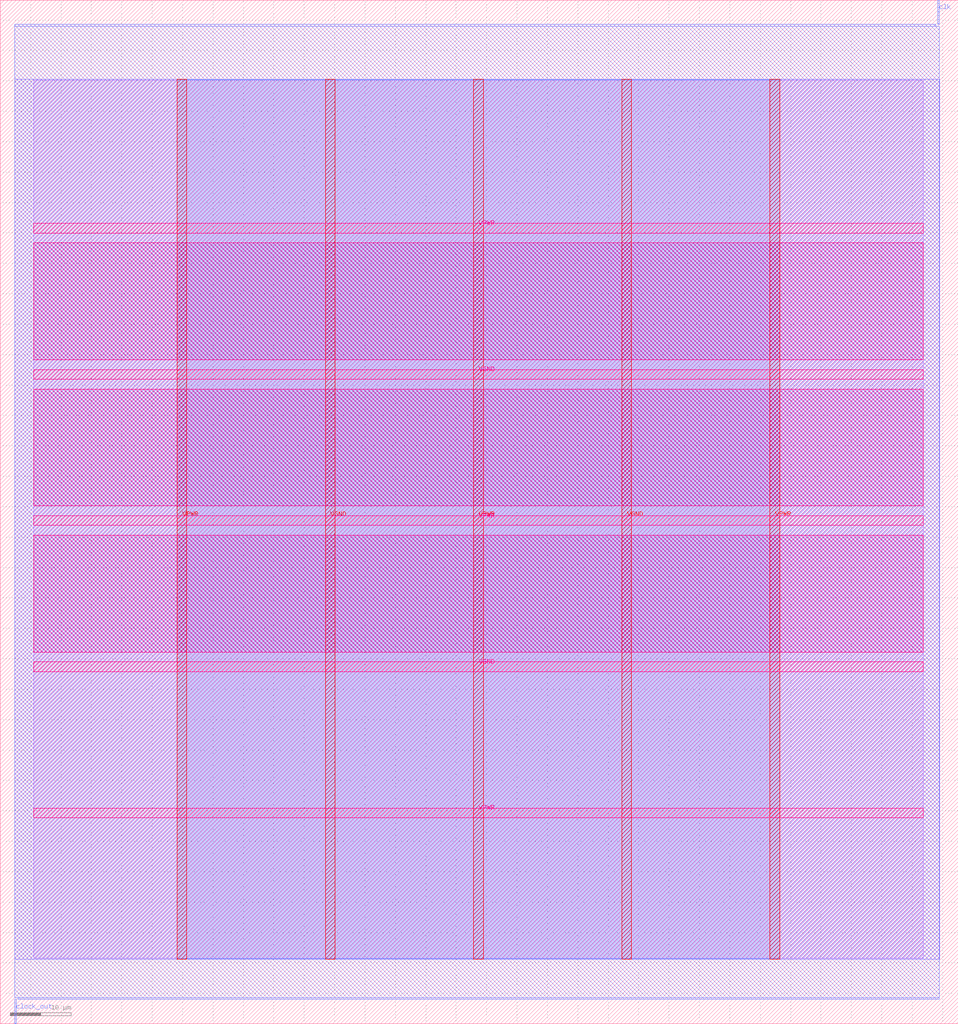
<source format=lef>
VERSION 5.7 ;
  NOWIREEXTENSIONATPIN ON ;
  DIVIDERCHAR "/" ;
  BUSBITCHARS "[]" ;
MACRO clk_divider
  CLASS BLOCK ;
  FOREIGN clk_divider ;
  ORIGIN 0.000 0.000 ;
  SIZE 157.570 BY 168.290 ;
  PIN clk
    DIRECTION INPUT ;
    USE SIGNAL ;
    PORT
      LAYER met2 ;
        RECT 154.190 164.290 154.470 168.290 ;
    END
  END clk
  PIN clock_out
    DIRECTION OUTPUT TRISTATE ;
    USE SIGNAL ;
    PORT
      LAYER met2 ;
        RECT 2.390 0.000 2.670 4.000 ;
    END
  END clock_out
  PIN VPWR
    DIRECTION INOUT ;
    USE POWER ;
    PORT
      LAYER met4 ;
        RECT 126.620 10.640 128.220 155.280 ;
    END
  END VPWR
  PIN VPWR
    DIRECTION INOUT ;
    USE POWER ;
    PORT
      LAYER met4 ;
        RECT 77.860 10.640 79.460 155.280 ;
    END
  END VPWR
  PIN VPWR
    DIRECTION INOUT ;
    USE POWER ;
    PORT
      LAYER met4 ;
        RECT 29.100 10.640 30.700 155.280 ;
    END
  END VPWR
  PIN VPWR
    DIRECTION INOUT ;
    USE POWER ;
    PORT
      LAYER met5 ;
        RECT 5.520 129.975 151.800 131.575 ;
    END
  END VPWR
  PIN VPWR
    DIRECTION INOUT ;
    USE POWER ;
    PORT
      LAYER met5 ;
        RECT 5.520 81.920 151.800 83.520 ;
    END
  END VPWR
  PIN VPWR
    DIRECTION INOUT ;
    USE POWER ;
    PORT
      LAYER met5 ;
        RECT 5.520 33.865 151.800 35.465 ;
    END
  END VPWR
  PIN VGND
    DIRECTION INOUT ;
    USE GROUND ;
    PORT
      LAYER met4 ;
        RECT 102.240 10.640 103.840 155.280 ;
    END
  END VGND
  PIN VGND
    DIRECTION INOUT ;
    USE GROUND ;
    PORT
      LAYER met4 ;
        RECT 53.480 10.640 55.080 155.280 ;
    END
  END VGND
  PIN VGND
    DIRECTION INOUT ;
    USE GROUND ;
    PORT
      LAYER met5 ;
        RECT 5.520 105.945 151.800 107.545 ;
    END
  END VGND
  PIN VGND
    DIRECTION INOUT ;
    USE GROUND ;
    PORT
      LAYER met5 ;
        RECT 5.520 57.895 151.800 59.495 ;
    END
  END VGND
  OBS
      LAYER li1 ;
        RECT 5.520 10.795 151.800 155.125 ;
      LAYER met1 ;
        RECT 2.370 10.640 154.490 155.280 ;
      LAYER met2 ;
        RECT 2.400 164.010 153.910 164.290 ;
        RECT 2.400 4.280 154.460 164.010 ;
        RECT 2.950 4.000 154.460 4.280 ;
      LAYER met3 ;
        RECT 29.100 10.715 128.220 155.205 ;
      LAYER met5 ;
        RECT 5.520 109.145 151.800 128.375 ;
        RECT 5.520 85.120 151.800 104.345 ;
        RECT 5.520 61.095 151.800 80.320 ;
  END
END clk_divider
END LIBRARY


</source>
